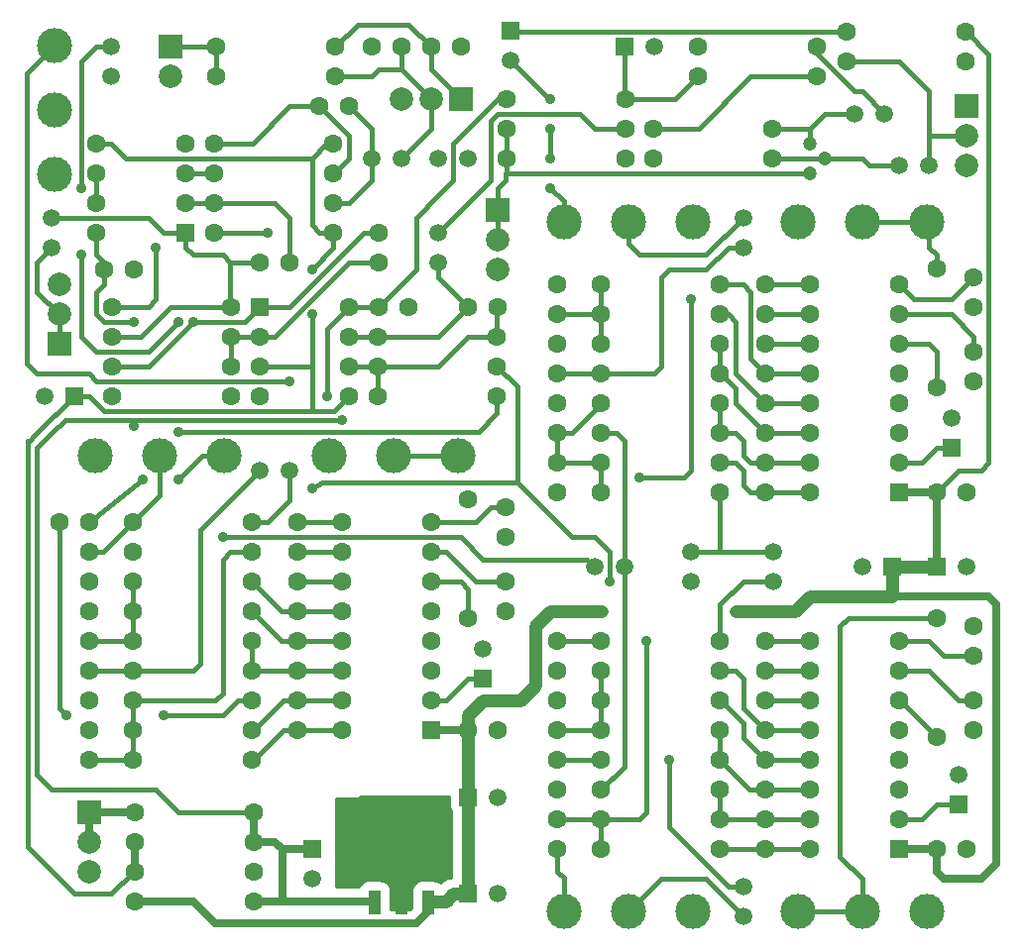
<source format=gtl>
G04 (created by PCBNEW (2013-jul-07)-stable) date So 13 Dez 2015 15:06:15 CET*
%MOIN*%
G04 Gerber Fmt 3.4, Leading zero omitted, Abs format*
%FSLAX34Y34*%
G01*
G70*
G90*
G04 APERTURE LIST*
%ADD10C,0.00590551*%
%ADD11C,0.11811*%
%ADD12R,0.144X0.08*%
%ADD13R,0.04X0.08*%
%ADD14C,0.0629921*%
%ADD15R,0.0787402X0.0787402*%
%ADD16C,0.0787402*%
%ADD17R,0.0629921X0.0629921*%
%ADD18C,0.0590551*%
%ADD19R,0.0590551X0.0590551*%
%ADD20C,0.0472441*%
%ADD21C,0.035*%
%ADD22C,0.015*%
%ADD23C,0.025*%
%ADD24C,0.042*%
%ADD25C,0.01*%
G04 APERTURE END LIST*
G54D10*
G54D11*
X72834Y-29133D03*
X75000Y-29133D03*
X77165Y-29133D03*
X77165Y-52362D03*
X75000Y-52362D03*
X72834Y-52362D03*
X47834Y-27559D03*
X47834Y-25393D03*
X47834Y-23228D03*
X69291Y-52362D03*
X67125Y-52362D03*
X64960Y-52362D03*
X49212Y-37007D03*
X51377Y-37007D03*
X53543Y-37007D03*
X64960Y-29133D03*
X67125Y-29133D03*
X69291Y-29133D03*
X57086Y-37007D03*
X59251Y-37007D03*
X61417Y-37007D03*
G54D12*
X59500Y-49450D03*
G54D13*
X59500Y-52050D03*
X60400Y-52050D03*
X58600Y-52050D03*
G54D14*
X63031Y-25000D03*
X67031Y-25000D03*
X74471Y-23750D03*
X78471Y-23750D03*
X73469Y-23250D03*
X69469Y-23250D03*
X61750Y-42469D03*
X61750Y-38469D03*
X71969Y-27000D03*
X67969Y-27000D03*
X50531Y-50000D03*
X54531Y-50000D03*
X54469Y-40250D03*
X50469Y-40250D03*
X50531Y-51000D03*
X54531Y-51000D03*
X54469Y-39250D03*
X50469Y-39250D03*
X78469Y-22750D03*
X74469Y-22750D03*
X66221Y-49250D03*
X70221Y-49250D03*
X50481Y-47250D03*
X54481Y-47250D03*
X67971Y-26000D03*
X71971Y-26000D03*
X54469Y-44250D03*
X50469Y-44250D03*
X53281Y-23250D03*
X57281Y-23250D03*
X63031Y-27000D03*
X67031Y-27000D03*
X53281Y-24250D03*
X57281Y-24250D03*
X67029Y-26000D03*
X63029Y-26000D03*
X57219Y-26500D03*
X53219Y-26500D03*
X57219Y-29500D03*
X53219Y-29500D03*
X57219Y-27500D03*
X53219Y-27500D03*
X57219Y-28500D03*
X53219Y-28500D03*
X49781Y-32000D03*
X53781Y-32000D03*
X62719Y-33000D03*
X58719Y-33000D03*
X62719Y-35000D03*
X58719Y-35000D03*
X62719Y-34000D03*
X58719Y-34000D03*
X77500Y-46469D03*
X77500Y-42469D03*
X49781Y-35000D03*
X53781Y-35000D03*
X53779Y-34000D03*
X49779Y-34000D03*
X49781Y-33000D03*
X53781Y-33000D03*
X66221Y-35250D03*
X70221Y-35250D03*
X70219Y-32250D03*
X66219Y-32250D03*
X70219Y-31250D03*
X66219Y-31250D03*
X70219Y-33250D03*
X66219Y-33250D03*
X69471Y-24250D03*
X73471Y-24250D03*
X70219Y-36250D03*
X66219Y-36250D03*
X70219Y-34250D03*
X66219Y-34250D03*
X66221Y-37250D03*
X70221Y-37250D03*
X66221Y-38250D03*
X70221Y-38250D03*
X77500Y-34719D03*
X77500Y-30719D03*
X66221Y-43250D03*
X70221Y-43250D03*
X70219Y-46250D03*
X66219Y-46250D03*
X50481Y-45250D03*
X54481Y-45250D03*
X70219Y-45250D03*
X66219Y-45250D03*
X54469Y-43250D03*
X50469Y-43250D03*
X54469Y-41250D03*
X50469Y-41250D03*
X54469Y-42250D03*
X50469Y-42250D03*
X50481Y-46250D03*
X54481Y-46250D03*
X70219Y-44250D03*
X66219Y-44250D03*
X66221Y-50250D03*
X70221Y-50250D03*
X70219Y-48250D03*
X66219Y-48250D03*
X70219Y-47250D03*
X66219Y-47250D03*
G54D15*
X49000Y-49000D03*
G54D16*
X49000Y-50000D03*
X49000Y-51000D03*
G54D15*
X48000Y-33250D03*
G54D16*
X48000Y-32250D03*
X48000Y-31250D03*
G54D15*
X78500Y-25250D03*
G54D16*
X78500Y-26250D03*
X78500Y-27250D03*
G54D15*
X62750Y-28750D03*
G54D16*
X62750Y-29750D03*
X62750Y-30750D03*
G54D15*
X61500Y-25000D03*
G54D16*
X60500Y-25000D03*
X59500Y-25000D03*
G54D15*
X51750Y-23250D03*
G54D16*
X51750Y-24250D03*
G54D17*
X52250Y-29500D03*
G54D14*
X52250Y-28500D03*
X52250Y-27500D03*
X52250Y-26500D03*
X49250Y-26500D03*
X49250Y-27500D03*
X49250Y-28500D03*
X49250Y-29500D03*
G54D17*
X54750Y-32000D03*
G54D14*
X54750Y-33000D03*
X54750Y-34000D03*
X54750Y-35000D03*
X57750Y-35000D03*
X57750Y-34000D03*
X57750Y-33000D03*
X57750Y-32000D03*
G54D17*
X76250Y-38250D03*
G54D14*
X76250Y-37250D03*
X76250Y-36250D03*
X76250Y-35250D03*
X76250Y-34250D03*
X76250Y-33250D03*
X76250Y-32250D03*
X76250Y-31250D03*
X73250Y-31250D03*
X73250Y-32250D03*
X73250Y-33250D03*
X73250Y-34250D03*
X73250Y-35250D03*
X73250Y-36250D03*
X73250Y-37250D03*
X73250Y-38250D03*
G54D17*
X76250Y-50250D03*
G54D14*
X76250Y-49250D03*
X76250Y-48250D03*
X76250Y-47250D03*
X76250Y-46250D03*
X76250Y-45250D03*
X76250Y-44250D03*
X76250Y-43250D03*
X73250Y-43250D03*
X73250Y-44250D03*
X73250Y-45250D03*
X73250Y-46250D03*
X73250Y-47250D03*
X73250Y-48250D03*
X73250Y-49250D03*
X73250Y-50250D03*
G54D17*
X60500Y-46250D03*
G54D14*
X60500Y-45250D03*
X60500Y-44250D03*
X60500Y-43250D03*
X60500Y-42250D03*
X60500Y-41250D03*
X60500Y-40250D03*
X60500Y-39250D03*
X57500Y-39250D03*
X57500Y-40250D03*
X57500Y-41250D03*
X57500Y-42250D03*
X57500Y-43250D03*
X57500Y-44250D03*
X57500Y-45250D03*
X57500Y-46250D03*
X50531Y-52000D03*
X54531Y-52000D03*
X50531Y-49000D03*
X54531Y-49000D03*
G54D18*
X68000Y-23250D03*
G54D19*
X67000Y-23250D03*
G54D18*
X75000Y-40750D03*
G54D19*
X76000Y-40750D03*
G54D18*
X78000Y-35750D03*
G54D19*
X78000Y-36750D03*
G54D18*
X63188Y-23728D03*
G54D19*
X63188Y-22728D03*
G54D18*
X62750Y-51750D03*
G54D19*
X61750Y-51750D03*
G54D18*
X47500Y-35000D03*
G54D19*
X48500Y-35000D03*
G54D18*
X78250Y-47750D03*
G54D19*
X78250Y-48750D03*
G54D18*
X56500Y-51250D03*
G54D19*
X56500Y-50250D03*
G54D18*
X62250Y-43500D03*
G54D19*
X62250Y-44500D03*
G54D18*
X62750Y-48500D03*
G54D19*
X61750Y-48500D03*
G54D18*
X78500Y-40750D03*
G54D19*
X77500Y-40750D03*
G54D18*
X49750Y-24250D03*
X49750Y-23250D03*
X69250Y-40250D03*
X69250Y-41250D03*
X71000Y-29000D03*
X71000Y-30000D03*
X47750Y-29000D03*
X47750Y-30000D03*
X71000Y-52500D03*
X71000Y-51500D03*
X55750Y-37500D03*
X54750Y-37500D03*
X60750Y-29500D03*
X60750Y-30500D03*
X67000Y-40750D03*
X66000Y-40750D03*
X72000Y-40250D03*
X72000Y-41250D03*
G54D14*
X78500Y-38250D03*
X77500Y-38250D03*
X78750Y-45250D03*
X78750Y-46250D03*
X78750Y-43750D03*
X78750Y-42750D03*
X64750Y-34250D03*
X64750Y-33250D03*
X78750Y-33500D03*
X78750Y-34500D03*
X78500Y-50250D03*
X77500Y-50250D03*
X64750Y-43250D03*
X64750Y-44250D03*
X78750Y-31000D03*
X78750Y-32000D03*
X71750Y-31250D03*
X71750Y-32250D03*
X64750Y-37250D03*
X64750Y-38250D03*
X64750Y-32250D03*
X64750Y-31250D03*
X71750Y-38250D03*
X71750Y-37250D03*
X58750Y-32000D03*
X59750Y-32000D03*
X71750Y-36250D03*
X71750Y-35250D03*
X71750Y-33250D03*
X71750Y-34250D03*
X58750Y-30500D03*
X58750Y-29500D03*
X49000Y-44250D03*
X49000Y-45250D03*
X49500Y-30750D03*
X50500Y-30750D03*
X55750Y-30500D03*
X54750Y-30500D03*
X62750Y-32000D03*
X61750Y-32000D03*
X56750Y-25250D03*
X57750Y-25250D03*
X59500Y-23250D03*
X58500Y-23250D03*
X60500Y-23250D03*
X61500Y-23250D03*
X62750Y-46250D03*
X61750Y-46250D03*
X63000Y-41250D03*
X63000Y-42250D03*
X63000Y-38750D03*
X63000Y-39750D03*
X49000Y-40250D03*
X49000Y-41250D03*
X49000Y-47250D03*
X49000Y-46250D03*
X64750Y-36250D03*
X64750Y-35250D03*
X64750Y-47250D03*
X64750Y-48250D03*
X71750Y-43250D03*
X71750Y-44250D03*
X71735Y-45245D03*
X71735Y-46245D03*
X71735Y-48245D03*
X71735Y-47245D03*
X71735Y-50245D03*
X71735Y-49245D03*
X48000Y-39250D03*
X49000Y-39250D03*
X49000Y-43250D03*
X49000Y-42250D03*
X56000Y-46250D03*
X56000Y-45250D03*
X56000Y-44250D03*
X56000Y-43250D03*
X64750Y-46250D03*
X64750Y-45250D03*
X56000Y-41250D03*
X56000Y-42250D03*
X56000Y-39250D03*
X56000Y-40250D03*
X64750Y-49250D03*
X64750Y-50250D03*
G54D20*
X73750Y-27000D03*
X73250Y-27500D03*
X73250Y-26500D03*
G54D18*
X60750Y-27000D03*
X61750Y-27000D03*
X58500Y-27000D03*
X59500Y-27000D03*
X77250Y-27250D03*
X76250Y-27250D03*
X75750Y-25500D03*
X74750Y-25500D03*
G54D21*
X56500Y-32250D03*
X56500Y-30750D03*
X71250Y-42250D03*
X71750Y-42250D03*
X65750Y-42250D03*
X65250Y-42250D03*
X66250Y-42250D03*
X70750Y-42250D03*
X50500Y-32500D03*
X50500Y-36000D03*
X57000Y-35000D03*
X57500Y-35800D03*
X64500Y-28000D03*
X64500Y-27000D03*
X64500Y-26000D03*
X64500Y-25000D03*
X59500Y-50750D03*
X60750Y-49500D03*
X60750Y-48750D03*
X60000Y-48750D03*
X59250Y-48750D03*
X58500Y-48750D03*
X58500Y-49500D03*
X51250Y-30000D03*
X69250Y-31750D03*
X67500Y-37750D03*
X50800Y-37800D03*
X52000Y-37800D03*
X48750Y-30250D03*
X48750Y-28000D03*
X52000Y-32500D03*
X52000Y-36200D03*
X48250Y-45750D03*
X51500Y-45750D03*
X53500Y-39750D03*
X56500Y-38100D03*
X52500Y-32500D03*
X66500Y-41250D03*
X68500Y-47250D03*
X67750Y-43250D03*
X55000Y-29500D03*
X55750Y-34500D03*
G54D22*
X56500Y-35500D02*
X49500Y-35500D01*
X49000Y-35000D02*
X48500Y-35000D01*
X49500Y-35500D02*
X49000Y-35000D01*
X57219Y-29500D02*
X57219Y-30031D01*
X56500Y-32250D02*
X56500Y-34000D01*
X57219Y-30031D02*
X56500Y-30750D01*
X57219Y-26500D02*
X57000Y-26500D01*
X57000Y-26500D02*
X56969Y-26531D01*
X56500Y-27000D02*
X56500Y-29250D01*
X56750Y-29500D02*
X57219Y-29500D01*
X56500Y-29250D02*
X56750Y-29500D01*
X48500Y-35000D02*
X47250Y-36250D01*
X47250Y-36250D02*
X46925Y-36575D01*
X46925Y-36575D02*
X47000Y-36500D01*
X50500Y-51000D02*
X49750Y-51750D01*
X50531Y-51000D02*
X50500Y-51000D01*
X46925Y-50175D02*
X46925Y-36500D01*
X48500Y-51750D02*
X46925Y-50175D01*
X49750Y-51750D02*
X48500Y-51750D01*
X56500Y-27000D02*
X50250Y-27000D01*
X49750Y-26500D02*
X49250Y-26500D01*
X50250Y-27000D02*
X49750Y-26500D01*
X54750Y-34000D02*
X56500Y-34000D01*
X56500Y-34000D02*
X56500Y-35500D01*
X57219Y-26500D02*
X57219Y-26531D01*
X56969Y-26531D02*
X56500Y-27000D01*
X56500Y-35500D02*
X57250Y-35500D01*
X57250Y-35500D02*
X57750Y-35000D01*
G54D23*
X50531Y-50000D02*
X50531Y-51000D01*
G54D24*
X71250Y-42250D02*
X71750Y-42250D01*
X65750Y-42250D02*
X65250Y-42250D01*
G54D22*
X77500Y-38250D02*
X78250Y-37500D01*
X78500Y-22750D02*
X79250Y-23500D01*
X79250Y-23500D02*
X79250Y-27750D01*
X78500Y-22750D02*
X78469Y-22750D01*
X79250Y-37250D02*
X79250Y-27750D01*
X79000Y-37500D02*
X79250Y-37250D01*
X78250Y-37500D02*
X79000Y-37500D01*
G54D23*
X76000Y-41750D02*
X76250Y-41750D01*
X76250Y-41750D02*
X79250Y-41750D01*
X79250Y-41750D02*
X79500Y-42000D01*
X79500Y-42000D02*
X79500Y-50750D01*
X79500Y-50750D02*
X79000Y-51250D01*
X79000Y-51250D02*
X77750Y-51250D01*
X77750Y-51250D02*
X77500Y-51000D01*
X77500Y-51000D02*
X77500Y-50250D01*
G54D24*
X76000Y-40750D02*
X76000Y-41750D01*
X61750Y-45750D02*
X61750Y-46250D01*
X62250Y-45250D02*
X61750Y-45750D01*
X63500Y-45250D02*
X62250Y-45250D01*
X64000Y-44750D02*
X63500Y-45250D01*
X64000Y-42750D02*
X64000Y-44750D01*
X64500Y-42250D02*
X64000Y-42750D01*
X66250Y-42250D02*
X64500Y-42250D01*
X72750Y-42250D02*
X70750Y-42250D01*
X73250Y-41750D02*
X72750Y-42250D01*
X76000Y-41750D02*
X73250Y-41750D01*
G54D23*
X77500Y-50250D02*
X76250Y-50250D01*
G54D24*
X76000Y-40750D02*
X77500Y-40750D01*
G54D23*
X77500Y-40750D02*
X77500Y-39500D01*
X77500Y-39500D02*
X77500Y-38250D01*
X77500Y-38250D02*
X76250Y-38250D01*
X50531Y-52000D02*
X52500Y-52000D01*
X60400Y-52350D02*
X60400Y-52050D01*
X60000Y-52750D02*
X60400Y-52350D01*
X53250Y-52750D02*
X60000Y-52750D01*
X52500Y-52000D02*
X53250Y-52750D01*
X60500Y-46250D02*
X61750Y-46250D01*
G54D24*
X61750Y-46250D02*
X61750Y-48500D01*
X61750Y-51750D02*
X61750Y-48500D01*
X61000Y-52000D02*
X60450Y-52000D01*
X61250Y-51750D02*
X61000Y-52000D01*
X61750Y-51750D02*
X61250Y-51750D01*
G54D23*
X60450Y-52000D02*
X60400Y-52050D01*
G54D22*
X50500Y-35800D02*
X50500Y-36000D01*
X50500Y-32500D02*
X49500Y-32500D01*
X49500Y-32500D02*
X49250Y-32250D01*
X49250Y-32250D02*
X49250Y-31500D01*
X49250Y-31500D02*
X49500Y-31250D01*
X49500Y-31250D02*
X49500Y-30750D01*
X47750Y-36250D02*
X48200Y-35800D01*
X57000Y-35000D02*
X57000Y-32750D01*
X57000Y-32750D02*
X57750Y-32000D01*
X48200Y-35800D02*
X50500Y-35800D01*
X50500Y-35800D02*
X57500Y-35800D01*
X51250Y-48250D02*
X47750Y-48250D01*
X47750Y-36250D02*
X47250Y-36750D01*
X47250Y-36750D02*
X47250Y-47750D01*
X47750Y-48250D02*
X47250Y-47750D01*
X52000Y-49000D02*
X51250Y-48250D01*
X52000Y-49000D02*
X54531Y-49000D01*
X63031Y-25000D02*
X62750Y-25000D01*
X61250Y-27750D02*
X60750Y-28250D01*
X61250Y-26500D02*
X61250Y-27750D01*
X62750Y-25000D02*
X61250Y-26500D01*
X60000Y-30750D02*
X58750Y-32000D01*
X60000Y-29000D02*
X60000Y-30750D01*
X60750Y-28250D02*
X60000Y-29000D01*
X60750Y-28250D02*
X60750Y-28250D01*
X49500Y-30750D02*
X49500Y-30500D01*
X49250Y-30250D02*
X49250Y-29500D01*
X49500Y-30500D02*
X49250Y-30250D01*
X57750Y-32000D02*
X58750Y-32000D01*
G54D23*
X55500Y-50250D02*
X56500Y-50250D01*
X55500Y-52000D02*
X55500Y-50250D01*
X55250Y-50000D02*
X55500Y-50250D01*
X55250Y-50000D02*
X54531Y-50000D01*
X54531Y-52000D02*
X55500Y-52000D01*
X55500Y-52000D02*
X58550Y-52000D01*
X58550Y-52000D02*
X58600Y-52050D01*
X54531Y-50000D02*
X54531Y-49000D01*
G54D22*
X67000Y-47469D02*
X66219Y-48250D01*
X66219Y-36250D02*
X66750Y-36250D01*
X66750Y-36250D02*
X67000Y-36500D01*
X67000Y-40750D02*
X67000Y-47469D01*
X67000Y-40750D02*
X67000Y-40750D01*
X67000Y-36500D02*
X67000Y-40750D01*
X70221Y-38250D02*
X70221Y-40250D01*
X70221Y-40250D02*
X70250Y-40250D01*
X69250Y-40250D02*
X70250Y-40250D01*
X70250Y-40250D02*
X72000Y-40250D01*
X64500Y-25000D02*
X64460Y-25000D01*
X64960Y-29133D02*
X64960Y-28460D01*
X64500Y-28000D02*
X64960Y-28460D01*
X64500Y-26000D02*
X64500Y-27000D01*
X64460Y-25000D02*
X63188Y-23728D01*
X59500Y-49450D02*
X58550Y-49450D01*
X60750Y-49500D02*
X59500Y-50750D01*
X60000Y-48750D02*
X60750Y-48750D01*
X58500Y-48750D02*
X59250Y-48750D01*
X58550Y-49450D02*
X58500Y-49500D01*
X51000Y-32000D02*
X49781Y-32000D01*
X51250Y-31750D02*
X51000Y-32000D01*
X51250Y-30000D02*
X51250Y-31750D01*
X52250Y-28500D02*
X53219Y-28500D01*
X53219Y-28500D02*
X55250Y-28500D01*
X55250Y-28500D02*
X55750Y-29000D01*
X55750Y-29000D02*
X55750Y-30500D01*
X47750Y-29000D02*
X51000Y-29000D01*
X51500Y-29500D02*
X52250Y-29500D01*
X51000Y-29000D02*
X51500Y-29500D01*
X53750Y-30500D02*
X54750Y-30500D01*
X49781Y-33000D02*
X50750Y-33000D01*
X51750Y-32000D02*
X53781Y-32000D01*
X50750Y-33000D02*
X51750Y-32000D01*
X53781Y-32000D02*
X53750Y-31969D01*
X53750Y-31969D02*
X53750Y-30500D01*
X53750Y-30500D02*
X53500Y-30250D01*
X53500Y-30250D02*
X52500Y-30250D01*
X52500Y-30250D02*
X52250Y-30000D01*
X52250Y-30000D02*
X52250Y-29500D01*
X66000Y-22750D02*
X63210Y-22750D01*
X74469Y-22750D02*
X66000Y-22750D01*
X63210Y-22750D02*
X63188Y-22728D01*
X66221Y-37250D02*
X66221Y-38250D01*
X66221Y-35250D02*
X66221Y-35279D01*
X65250Y-36250D02*
X64750Y-36250D01*
X66221Y-35279D02*
X65250Y-36250D01*
X66221Y-37250D02*
X64750Y-37250D01*
X64750Y-36250D02*
X64750Y-37250D01*
X69250Y-31750D02*
X69250Y-37000D01*
X69250Y-37000D02*
X69250Y-37250D01*
X69250Y-37250D02*
X69250Y-37500D01*
X69250Y-37500D02*
X69000Y-37750D01*
X69000Y-37750D02*
X67500Y-37750D01*
X67029Y-26000D02*
X66000Y-26000D01*
X60750Y-29500D02*
X60750Y-29500D01*
X62000Y-28250D02*
X60750Y-29500D01*
X62000Y-28250D02*
X62000Y-28250D01*
X62500Y-27750D02*
X62000Y-28250D01*
X62500Y-25750D02*
X62500Y-27750D01*
X62750Y-25500D02*
X62500Y-25750D01*
X65500Y-25500D02*
X62750Y-25500D01*
X66000Y-26000D02*
X65500Y-25500D01*
X71971Y-26000D02*
X73250Y-26000D01*
X73250Y-26500D02*
X73250Y-26000D01*
X73750Y-25500D02*
X74750Y-25500D01*
X73250Y-26000D02*
X73750Y-25500D01*
X71969Y-27000D02*
X73750Y-27000D01*
X73750Y-27000D02*
X75000Y-27000D01*
X75250Y-27250D02*
X76250Y-27250D01*
X75000Y-27000D02*
X75250Y-27250D01*
G54D23*
X49000Y-49000D02*
X50531Y-49000D01*
X49000Y-50000D02*
X49000Y-49000D01*
G54D22*
X49000Y-44250D02*
X50469Y-44250D01*
X50469Y-44250D02*
X52500Y-44250D01*
X52500Y-44250D02*
X52750Y-44000D01*
X52750Y-44000D02*
X52750Y-39500D01*
X52750Y-39500D02*
X54750Y-37500D01*
X56000Y-46250D02*
X55531Y-46250D01*
X55531Y-46250D02*
X54531Y-47250D01*
X57500Y-46250D02*
X56000Y-46250D01*
X56000Y-43250D02*
X55469Y-43250D01*
X55469Y-43250D02*
X54469Y-42250D01*
X56000Y-43250D02*
X57500Y-43250D01*
X56000Y-44250D02*
X54469Y-44250D01*
X54469Y-44250D02*
X54469Y-43250D01*
X57500Y-44250D02*
X56000Y-44250D01*
X50469Y-41250D02*
X50469Y-42250D01*
X50469Y-42250D02*
X50469Y-43250D01*
X49000Y-43250D02*
X50469Y-43250D01*
X49000Y-40250D02*
X49469Y-40250D01*
X49469Y-40250D02*
X50469Y-39250D01*
X51377Y-37007D02*
X51377Y-38341D01*
X51377Y-38341D02*
X50469Y-39250D01*
X53543Y-37007D02*
X52792Y-37007D01*
X50800Y-37800D02*
X49000Y-39250D01*
X52792Y-37007D02*
X52000Y-37800D01*
X53543Y-37206D02*
X53543Y-37007D01*
X56000Y-42250D02*
X55469Y-42250D01*
X55469Y-42250D02*
X54469Y-41250D01*
X57500Y-42250D02*
X56000Y-42250D01*
X57500Y-39250D02*
X56000Y-39250D01*
X57500Y-40250D02*
X56000Y-40250D01*
X51000Y-33500D02*
X52000Y-32500D01*
X49250Y-23250D02*
X48750Y-23750D01*
X48750Y-23750D02*
X48750Y-24000D01*
X49250Y-33500D02*
X51000Y-33500D01*
X48750Y-33000D02*
X49250Y-33500D01*
X48750Y-30250D02*
X48750Y-33000D01*
X48750Y-24000D02*
X48750Y-28000D01*
X49750Y-23250D02*
X49250Y-23250D01*
X52000Y-36200D02*
X62100Y-36200D01*
X62100Y-36200D02*
X62719Y-35581D01*
X62719Y-35581D02*
X62719Y-35000D01*
X57500Y-41250D02*
X56000Y-41250D01*
X54481Y-45250D02*
X54000Y-45250D01*
X48000Y-45500D02*
X48000Y-39250D01*
X48250Y-45750D02*
X48000Y-45500D01*
X53500Y-45750D02*
X51500Y-45750D01*
X54000Y-45250D02*
X53500Y-45750D01*
X56000Y-45250D02*
X55531Y-45250D01*
X55531Y-45250D02*
X54531Y-46250D01*
X57500Y-45250D02*
X56000Y-45250D01*
X61417Y-37007D02*
X59251Y-37007D01*
X60500Y-41250D02*
X61500Y-41250D01*
X61750Y-41500D02*
X61750Y-42469D01*
X61500Y-41250D02*
X61750Y-41500D01*
X60500Y-23250D02*
X59750Y-22500D01*
X58031Y-22500D02*
X57281Y-23250D01*
X59750Y-22500D02*
X58031Y-22500D01*
X61500Y-25000D02*
X60500Y-24000D01*
X60500Y-24000D02*
X60500Y-23250D01*
X57281Y-24250D02*
X58500Y-24250D01*
X58750Y-24000D02*
X59500Y-24000D01*
X58500Y-24250D02*
X58750Y-24000D01*
X60500Y-25000D02*
X59500Y-24000D01*
X59500Y-24000D02*
X59500Y-23250D01*
X60500Y-25000D02*
X60500Y-26000D01*
X60500Y-26000D02*
X59500Y-27000D01*
X60500Y-40250D02*
X61000Y-40250D01*
X62000Y-41250D02*
X63000Y-41250D01*
X61000Y-40250D02*
X62000Y-41250D01*
X50481Y-45250D02*
X50481Y-46250D01*
X50481Y-46250D02*
X50481Y-47250D01*
X50481Y-47250D02*
X49000Y-47250D01*
X54469Y-40250D02*
X53750Y-40250D01*
X53250Y-45250D02*
X50531Y-45250D01*
X53500Y-45000D02*
X53250Y-45250D01*
X53500Y-40500D02*
X53500Y-45000D01*
X53750Y-40250D02*
X53500Y-40500D01*
X61500Y-39750D02*
X53500Y-39750D01*
X62250Y-40500D02*
X61500Y-39750D01*
X65750Y-40500D02*
X62250Y-40500D01*
X66000Y-40750D02*
X65750Y-40500D01*
X62250Y-44500D02*
X61750Y-44500D01*
X61000Y-45250D02*
X60500Y-45250D01*
X61750Y-44500D02*
X61000Y-45250D01*
X63000Y-38750D02*
X62500Y-38750D01*
X62000Y-39250D02*
X60500Y-39250D01*
X62500Y-38750D02*
X62000Y-39250D01*
X73471Y-24250D02*
X71250Y-24250D01*
X69500Y-26000D02*
X67971Y-26000D01*
X71250Y-24250D02*
X69500Y-26000D01*
X63000Y-27500D02*
X63000Y-27750D01*
X62750Y-28000D02*
X62750Y-28750D01*
X63000Y-27750D02*
X62750Y-28000D01*
X63029Y-26000D02*
X63029Y-26998D01*
X63029Y-26998D02*
X63031Y-27000D01*
X73250Y-27500D02*
X63000Y-27500D01*
X63031Y-27469D02*
X63031Y-27000D01*
X63000Y-27500D02*
X63031Y-27469D01*
X62750Y-29750D02*
X62750Y-28750D01*
X67031Y-25000D02*
X68721Y-25000D01*
X68721Y-25000D02*
X69471Y-24250D01*
X67000Y-23250D02*
X67000Y-24969D01*
X67000Y-24969D02*
X67031Y-25000D01*
X73469Y-23250D02*
X73469Y-23469D01*
X75000Y-24750D02*
X75750Y-25500D01*
X74750Y-24750D02*
X75000Y-24750D01*
X74000Y-24000D02*
X74750Y-24750D01*
X74000Y-24000D02*
X74000Y-24000D01*
X73469Y-23469D02*
X74000Y-24000D01*
X62719Y-33000D02*
X61750Y-33000D01*
X60750Y-34000D02*
X58719Y-34000D01*
X61750Y-33000D02*
X60750Y-34000D01*
X62719Y-33000D02*
X62719Y-32031D01*
X62719Y-32031D02*
X62750Y-32000D01*
X57750Y-34000D02*
X58719Y-34000D01*
X58719Y-34000D02*
X58719Y-35000D01*
X78500Y-26250D02*
X77250Y-26250D01*
X74471Y-23750D02*
X76250Y-23750D01*
X77250Y-24750D02*
X77250Y-26250D01*
X77250Y-26250D02*
X77250Y-27250D01*
X76250Y-23750D02*
X77250Y-24750D01*
X49250Y-27500D02*
X49250Y-28500D01*
X48000Y-32250D02*
X48000Y-33250D01*
X48000Y-32250D02*
X47250Y-31500D01*
X47250Y-31500D02*
X47250Y-30500D01*
X47250Y-30500D02*
X47750Y-30000D01*
X58750Y-30500D02*
X57750Y-30500D01*
X55250Y-33000D02*
X54750Y-33000D01*
X57750Y-30500D02*
X55250Y-33000D01*
X53779Y-34000D02*
X53779Y-33002D01*
X53779Y-33002D02*
X53781Y-33000D01*
X53781Y-33000D02*
X54750Y-33000D01*
X56500Y-38100D02*
X56850Y-37900D01*
X56850Y-37900D02*
X63400Y-37900D01*
X63400Y-37900D02*
X63400Y-34681D01*
X63400Y-34681D02*
X62719Y-34000D01*
X63400Y-37900D02*
X65250Y-39750D01*
X65250Y-39750D02*
X66000Y-39750D01*
X66000Y-39750D02*
X66500Y-40250D01*
X66500Y-40250D02*
X66500Y-41250D01*
X58750Y-29500D02*
X58250Y-29500D01*
X55750Y-32000D02*
X54750Y-32000D01*
X58250Y-29500D02*
X55750Y-32000D01*
X54750Y-32000D02*
X54250Y-32500D01*
X51000Y-34000D02*
X49779Y-34000D01*
X52500Y-32500D02*
X51000Y-34000D01*
X53250Y-32500D02*
X52500Y-32500D01*
X54250Y-32500D02*
X53250Y-32500D01*
X71000Y-51500D02*
X70500Y-51500D01*
X68500Y-49500D02*
X68500Y-47250D01*
X70500Y-51500D02*
X68500Y-49500D01*
X64750Y-47250D02*
X66219Y-47250D01*
X73250Y-47250D02*
X71739Y-47250D01*
X71739Y-47250D02*
X71735Y-47245D01*
X70219Y-45250D02*
X70250Y-45250D01*
X71000Y-46510D02*
X71735Y-47245D01*
X71000Y-46000D02*
X71000Y-46510D01*
X70250Y-45250D02*
X71000Y-46000D01*
X71735Y-48245D02*
X73245Y-48245D01*
X73245Y-48245D02*
X73250Y-48250D01*
X71735Y-48245D02*
X71214Y-48245D01*
X71214Y-48245D02*
X70219Y-47250D01*
X70219Y-47250D02*
X70219Y-46250D01*
X64750Y-46250D02*
X66219Y-46250D01*
X66219Y-46250D02*
X66219Y-45250D01*
X66219Y-45250D02*
X66219Y-44250D01*
X73250Y-50250D02*
X71739Y-50250D01*
X71739Y-50250D02*
X71735Y-50245D01*
X71735Y-50245D02*
X70225Y-50245D01*
X70225Y-50245D02*
X70221Y-50250D01*
X61750Y-32000D02*
X60750Y-31000D01*
X60750Y-31000D02*
X60750Y-30500D01*
X57750Y-33000D02*
X58719Y-33000D01*
X58719Y-33000D02*
X60750Y-33000D01*
X60750Y-33000D02*
X61750Y-32000D01*
X70221Y-43250D02*
X70221Y-42029D01*
X71000Y-41250D02*
X72000Y-41250D01*
X70221Y-42029D02*
X71000Y-41250D01*
X78250Y-48750D02*
X77500Y-48750D01*
X77000Y-49250D02*
X76250Y-49250D01*
X77500Y-48750D02*
X77000Y-49250D01*
X76250Y-44250D02*
X77250Y-44250D01*
X78250Y-45250D02*
X78750Y-45250D01*
X77250Y-44250D02*
X78250Y-45250D01*
X73250Y-46250D02*
X71739Y-46250D01*
X70750Y-44250D02*
X70219Y-44250D01*
X71000Y-44500D02*
X70750Y-44250D01*
X71000Y-45500D02*
X71000Y-44500D01*
X71250Y-45750D02*
X71000Y-45500D01*
X71250Y-45760D02*
X71250Y-45750D01*
X71739Y-46250D02*
X71250Y-45760D01*
X71000Y-29000D02*
X69750Y-30250D01*
X67125Y-29875D02*
X67125Y-29133D01*
X67500Y-30250D02*
X67125Y-29875D01*
X67750Y-30250D02*
X67500Y-30250D01*
X69750Y-30250D02*
X67750Y-30250D01*
X71750Y-43250D02*
X73250Y-43250D01*
X73250Y-44250D02*
X71750Y-44250D01*
X71735Y-45245D02*
X73245Y-45245D01*
X73245Y-45245D02*
X73250Y-45250D01*
X76250Y-43250D02*
X77250Y-43250D01*
X77750Y-43750D02*
X78750Y-43750D01*
X77250Y-43250D02*
X77750Y-43750D01*
X70219Y-48250D02*
X70219Y-49248D01*
X70221Y-49245D02*
X71735Y-49245D01*
X70219Y-49248D02*
X70221Y-49245D01*
X73250Y-49250D02*
X71739Y-49250D01*
X71739Y-49250D02*
X71735Y-49245D01*
X57219Y-27500D02*
X57250Y-27500D01*
X57750Y-26250D02*
X56750Y-25250D01*
X57750Y-27000D02*
X57750Y-26250D01*
X57250Y-27500D02*
X57750Y-27000D01*
X56750Y-25250D02*
X55750Y-25250D01*
X54500Y-26500D02*
X55750Y-25250D01*
X54500Y-26500D02*
X53219Y-26500D01*
X66221Y-49250D02*
X67500Y-49250D01*
X67750Y-49000D02*
X67750Y-43250D01*
X67500Y-49250D02*
X67750Y-49000D01*
X64750Y-49250D02*
X66221Y-49250D01*
X66221Y-49250D02*
X66221Y-50250D01*
X66221Y-43250D02*
X64750Y-43250D01*
X64750Y-50250D02*
X64750Y-51000D01*
X64960Y-51210D02*
X64960Y-52362D01*
X64750Y-51000D02*
X64960Y-51210D01*
X69500Y-51250D02*
X69750Y-51250D01*
X67137Y-52362D02*
X68250Y-51250D01*
X68250Y-51250D02*
X69500Y-51250D01*
X67125Y-52362D02*
X67137Y-52362D01*
X69750Y-51250D02*
X71000Y-52500D01*
X51750Y-23250D02*
X53281Y-23250D01*
X53281Y-23250D02*
X53281Y-24250D01*
X77500Y-42469D02*
X74531Y-42469D01*
X75000Y-51250D02*
X75000Y-52362D01*
X74250Y-50500D02*
X75000Y-51250D01*
X74250Y-42750D02*
X74250Y-50500D01*
X74531Y-42469D02*
X74250Y-42750D01*
X75000Y-52362D02*
X72834Y-52362D01*
X76250Y-45250D02*
X76281Y-45250D01*
X76281Y-45250D02*
X77500Y-46469D01*
X70500Y-30000D02*
X69750Y-30750D01*
X68250Y-32250D02*
X68250Y-34000D01*
X68250Y-34000D02*
X68000Y-34250D01*
X64750Y-34250D02*
X68000Y-34250D01*
X70500Y-30000D02*
X71000Y-30000D01*
X68250Y-31000D02*
X68250Y-32250D01*
X68500Y-30750D02*
X68250Y-31000D01*
X69750Y-30750D02*
X68500Y-30750D01*
X66219Y-34250D02*
X64750Y-34250D01*
X76250Y-32250D02*
X78000Y-32250D01*
X78750Y-33000D02*
X78750Y-33500D01*
X78000Y-32250D02*
X78750Y-33000D01*
X78000Y-36750D02*
X77500Y-36750D01*
X77000Y-37250D02*
X76250Y-37250D01*
X77500Y-36750D02*
X77000Y-37250D01*
X55000Y-29500D02*
X53219Y-29500D01*
X57750Y-25250D02*
X58500Y-26000D01*
X58500Y-26000D02*
X58500Y-27000D01*
X58500Y-27000D02*
X58500Y-27750D01*
X58500Y-27750D02*
X57750Y-28500D01*
X57750Y-28500D02*
X57219Y-28500D01*
X57750Y-28500D02*
X57219Y-28500D01*
X58500Y-27750D02*
X57750Y-28500D01*
X76250Y-33250D02*
X77250Y-33250D01*
X77500Y-33500D02*
X77250Y-33250D01*
X77500Y-33500D02*
X77500Y-34719D01*
X76250Y-31250D02*
X76750Y-31750D01*
X78000Y-31750D02*
X76750Y-31750D01*
X78000Y-31750D02*
X78750Y-31000D01*
X73250Y-31250D02*
X71750Y-31250D01*
X71750Y-32250D02*
X73250Y-32250D01*
X73250Y-33250D02*
X71750Y-33250D01*
X70219Y-34250D02*
X70219Y-33250D01*
X70219Y-34250D02*
X70250Y-34250D01*
X70750Y-35250D02*
X71750Y-36250D01*
X70750Y-34750D02*
X70750Y-35250D01*
X70250Y-34250D02*
X70750Y-34750D01*
X73250Y-36250D02*
X71750Y-36250D01*
X70219Y-32250D02*
X70500Y-32250D01*
X70750Y-34250D02*
X71750Y-35250D01*
X70750Y-32500D02*
X70750Y-34250D01*
X70500Y-32250D02*
X70750Y-32500D01*
X73250Y-35250D02*
X71750Y-35250D01*
X71750Y-37250D02*
X71250Y-37250D01*
X70750Y-36250D02*
X70219Y-36250D01*
X71000Y-36500D02*
X70750Y-36250D01*
X71000Y-37000D02*
X71000Y-36500D01*
X71250Y-37250D02*
X71000Y-37000D01*
X70219Y-36250D02*
X70221Y-36248D01*
X70221Y-36248D02*
X70221Y-35250D01*
X71750Y-37250D02*
X73250Y-37250D01*
X71750Y-34250D02*
X71250Y-33750D01*
X71000Y-31250D02*
X70219Y-31250D01*
X71250Y-31500D02*
X71000Y-31250D01*
X71250Y-33750D02*
X71250Y-31500D01*
X73250Y-34250D02*
X71750Y-34250D01*
X52250Y-27500D02*
X53219Y-27500D01*
X66219Y-32250D02*
X64750Y-32250D01*
X66219Y-33250D02*
X66219Y-32250D01*
X66219Y-31250D02*
X66219Y-32250D01*
X75000Y-29133D02*
X77165Y-29133D01*
X77165Y-29133D02*
X77250Y-29218D01*
X77250Y-29218D02*
X77250Y-30000D01*
X77250Y-30000D02*
X77500Y-30250D01*
X77500Y-30250D02*
X77500Y-30719D01*
X70221Y-37250D02*
X70750Y-37250D01*
X71250Y-38250D02*
X71750Y-38250D01*
X71000Y-38000D02*
X71250Y-38250D01*
X71000Y-37500D02*
X71000Y-38000D01*
X70750Y-37250D02*
X71000Y-37500D01*
X73250Y-38250D02*
X71750Y-38250D01*
X46900Y-24162D02*
X47834Y-23228D01*
X46900Y-33900D02*
X46900Y-24162D01*
X47250Y-34250D02*
X46900Y-33900D01*
X49000Y-34250D02*
X47250Y-34250D01*
X49250Y-34500D02*
X49000Y-34250D01*
X55750Y-34500D02*
X49250Y-34500D01*
X55750Y-37500D02*
X55750Y-38500D01*
X55000Y-39250D02*
X54469Y-39250D01*
X55750Y-38500D02*
X55000Y-39250D01*
G54D10*
G36*
X61170Y-51205D02*
X61035Y-51232D01*
X60854Y-51354D01*
X60854Y-51354D01*
X60826Y-51381D01*
X60798Y-51353D01*
X60669Y-51300D01*
X60530Y-51299D01*
X60130Y-51299D01*
X60002Y-51353D01*
X59903Y-51451D01*
X59850Y-51580D01*
X59849Y-51719D01*
X59849Y-52228D01*
X59803Y-52275D01*
X59150Y-52275D01*
X59150Y-51580D01*
X59096Y-51452D01*
X58998Y-51353D01*
X58869Y-51300D01*
X58730Y-51299D01*
X58330Y-51299D01*
X58202Y-51353D01*
X58103Y-51451D01*
X58072Y-51525D01*
X57300Y-51525D01*
X57300Y-48550D01*
X58120Y-48550D01*
X58120Y-48475D01*
X61104Y-48475D01*
X61104Y-48864D01*
X61157Y-48993D01*
X61170Y-49005D01*
X61170Y-51205D01*
X61170Y-51205D01*
G37*
G54D25*
X61170Y-51205D02*
X61035Y-51232D01*
X60854Y-51354D01*
X60854Y-51354D01*
X60826Y-51381D01*
X60798Y-51353D01*
X60669Y-51300D01*
X60530Y-51299D01*
X60130Y-51299D01*
X60002Y-51353D01*
X59903Y-51451D01*
X59850Y-51580D01*
X59849Y-51719D01*
X59849Y-52228D01*
X59803Y-52275D01*
X59150Y-52275D01*
X59150Y-51580D01*
X59096Y-51452D01*
X58998Y-51353D01*
X58869Y-51300D01*
X58730Y-51299D01*
X58330Y-51299D01*
X58202Y-51353D01*
X58103Y-51451D01*
X58072Y-51525D01*
X57300Y-51525D01*
X57300Y-48550D01*
X58120Y-48550D01*
X58120Y-48475D01*
X61104Y-48475D01*
X61104Y-48864D01*
X61157Y-48993D01*
X61170Y-49005D01*
X61170Y-51205D01*
M02*

</source>
